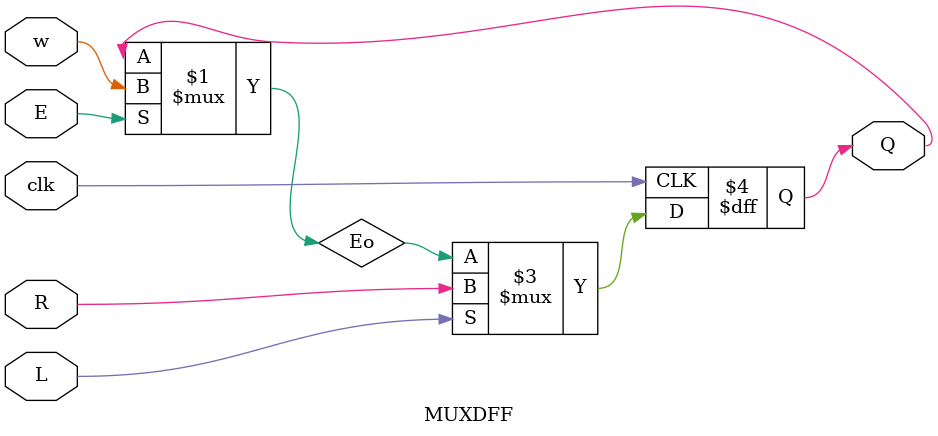
<source format=v>
/*

Copyright 2022 Marc Ketel
SPDX-License-Identifier: Apache-2.0

*/

`default_nettype none

module top_module (
    input  wire [3:0] SW,
    input  wire [3:0] KEY,
    output wire [3:0] LEDR
);

  wire clk, E, L, w;
  assign clk = KEY[0];
  assign E   = KEY[1];
  assign L   = KEY[2];
  assign w   = KEY[3];

  MUXDFF md3 (
      clk,
      w,
      SW[3],
      E,
      L,
      LEDR[3]
  );
  MUXDFF md2 (
      clk,
      LEDR[3],
      SW[2],
      E,
      L,
      LEDR[2]
  );
  MUXDFF md1 (
      clk,
      LEDR[2],
      SW[1],
      E,
      L,
      LEDR[1]
  );
  MUXDFF md0 (
      clk,
      LEDR[1],
      SW[0],
      E,
      L,
      LEDR[0]
  );

endmodule

module MUXDFF (
    input  wire clk,
    input  wire w,
    input  wire R,
    input  wire E,
    input  wire L,
    output reg  Q
);
  wire Eo;
  assign Eo = E ? w : Q;

  always @(posedge clk) begin
    Q <= L ? R : Eo;
  end

endmodule

</source>
